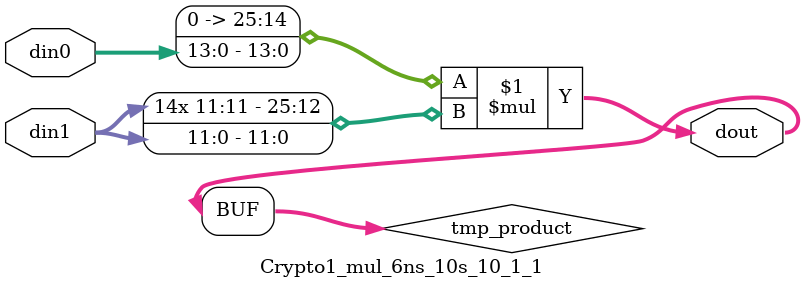
<source format=v>

`timescale 1 ns / 1 ps

  module Crypto1_mul_6ns_10s_10_1_1(din0, din1, dout);
parameter ID = 1;
parameter NUM_STAGE = 0;
parameter din0_WIDTH = 14;
parameter din1_WIDTH = 12;
parameter dout_WIDTH = 26;

input [din0_WIDTH - 1 : 0] din0; 
input [din1_WIDTH - 1 : 0] din1; 
output [dout_WIDTH - 1 : 0] dout;

wire signed [dout_WIDTH - 1 : 0] tmp_product;











assign tmp_product = $signed({1'b0, din0}) * $signed(din1);










assign dout = tmp_product;







endmodule

</source>
